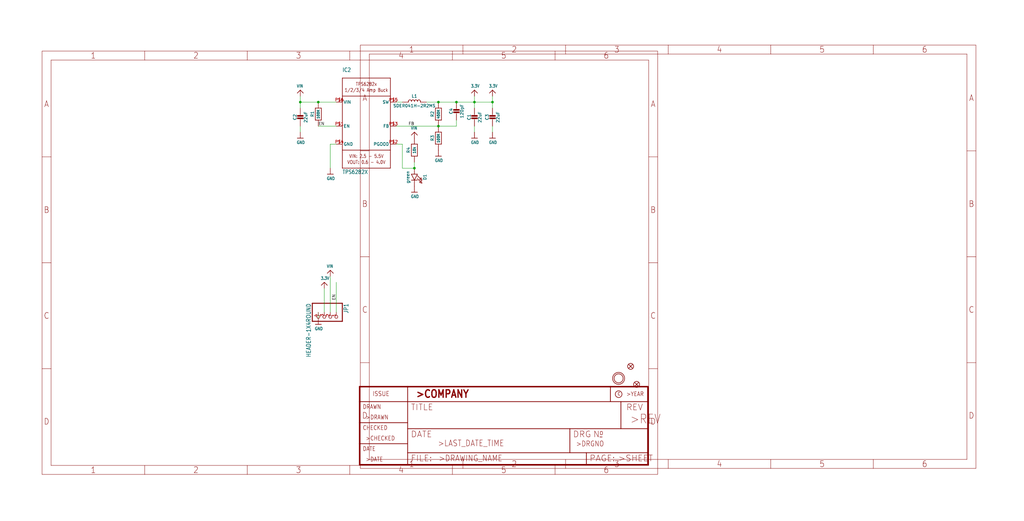
<source format=kicad_sch>
(kicad_sch (version 20211123) (generator eeschema)
  (paper "User" 433.07 220.421)
  (lib_symbols
    (symbol "eagleSchem-eagle-import:3.3V" (power)
      (property "Value" "3.3V" (at -1.524 1.016 0))
      (symbol "3.3V_1_0"
        (polyline (pts (xy -1.27 -1.27) (xy 0 0)) (stroke (width 0.254)))
        (polyline (pts (xy 0 0) (xy 1.27 -1.27)) (stroke (width 0.254)))
        (pin power_in line (at 0 -2.54 90) (length 2.54) (name "3.3V") (number "1"))
      )
    )
    (symbol "eagleSchem-eagle-import:CAP_CERAMIC0603_NO"
      (property "Reference" "C" (at -2.29 1.25 90))
      (property "Value" "CAP_CERAMIC0603_NO" (at 2.3 1.25 90))
      (symbol "CAP_CERAMIC0603_NO_1_0"
        (rectangle (start -1.27 0.508) (end 1.27 1.016) (fill (type outline)))
        (rectangle (start -1.27 1.524) (end 1.27 2.032) (fill (type outline)))
        (polyline (pts (xy 0 0.762) (xy 0 0)) (stroke (width 0.1524)))
        (polyline (pts (xy 0 2.54) (xy 0 1.778)) (stroke (width 0.1524)))
        (pin passive line (at 0 5.08 270) (length 2.54) (name "1") (number "1"))
        (pin passive line (at 0 -2.54 90) (length 2.54) (name "2") (number "2"))
      )
    )
    (symbol "eagleSchem-eagle-import:CAP_CERAMIC0805-NOOUTLINE"
      (property "Reference" "C" (at -2.29 1.25 90))
      (property "Value" "CAP_CERAMIC0805-NOOUTLINE" (at 2.3 1.25 90))
      (symbol "CAP_CERAMIC0805-NOOUTLINE_1_0"
        (rectangle (start -1.27 0.508) (end 1.27 1.016) (fill (type outline)))
        (rectangle (start -1.27 1.524) (end 1.27 2.032) (fill (type outline)))
        (polyline (pts (xy 0 0.762) (xy 0 0)) (stroke (width 0.1524)))
        (polyline (pts (xy 0 2.54) (xy 0 1.778)) (stroke (width 0.1524)))
        (pin passive line (at 0 5.08 270) (length 2.54) (name "1") (number "1"))
        (pin passive line (at 0 -2.54 90) (length 2.54) (name "2") (number "2"))
      )
    )
    (symbol "eagleSchem-eagle-import:FIDUCIAL_1MM"
      (symbol "FIDUCIAL_1MM_1_0"
        (polyline (pts (xy -0.762 0.762) (xy 0.762 -0.762)) (stroke (width 0.254)))
        (polyline (pts (xy 0.762 0.762) (xy -0.762 -0.762)) (stroke (width 0.254)))
        (circle (center 0 0) (radius 1.27) (stroke (width 0.254)))
      )
    )
    (symbol "eagleSchem-eagle-import:FRAME_A4"
      (symbol "FRAME_A4_0_0"
        (polyline (pts (xy 0 44.7675) (xy 3.81 44.7675)))
        (polyline (pts (xy 0 89.535) (xy 3.81 89.535)))
        (polyline (pts (xy 0 134.3025) (xy 3.81 134.3025)))
        (polyline (pts (xy 3.81 3.81) (xy 3.81 175.26)))
        (polyline (pts (xy 43.3917 0) (xy 43.3917 3.81)))
        (polyline (pts (xy 43.3917 175.26) (xy 43.3917 179.07)))
        (polyline (pts (xy 86.7833 0) (xy 86.7833 3.81)))
        (polyline (pts (xy 86.7833 175.26) (xy 86.7833 179.07)))
        (polyline (pts (xy 130.175 0) (xy 130.175 3.81)))
        (polyline (pts (xy 130.175 175.26) (xy 130.175 179.07)))
        (polyline (pts (xy 173.5667 0) (xy 173.5667 3.81)))
        (polyline (pts (xy 173.5667 175.26) (xy 173.5667 179.07)))
        (polyline (pts (xy 216.9583 0) (xy 216.9583 3.81)))
        (polyline (pts (xy 216.9583 175.26) (xy 216.9583 179.07)))
        (polyline (pts (xy 256.54 3.81) (xy 3.81 3.81)))
        (polyline (pts (xy 256.54 3.81) (xy 256.54 175.26)))
        (polyline (pts (xy 256.54 44.7675) (xy 260.35 44.7675)))
        (polyline (pts (xy 256.54 89.535) (xy 260.35 89.535)))
        (polyline (pts (xy 256.54 134.3025) (xy 260.35 134.3025)))
        (polyline (pts (xy 256.54 175.26) (xy 3.81 175.26)))
        (polyline (pts (xy 0 0) (xy 260.35 0) (xy 260.35 179.07) (xy 0 179.07) (xy 0 0)))
        (text "1" (at 21.6958 1.905 0) (effects (font (size 2.54 2.286))))
        (text "1" (at 21.6958 177.165 0) (effects (font (size 2.54 2.286))))
        (text "2" (at 65.0875 1.905 0) (effects (font (size 2.54 2.286))))
        (text "2" (at 65.0875 177.165 0) (effects (font (size 2.54 2.286))))
        (text "3" (at 108.4792 1.905 0) (effects (font (size 2.54 2.286))))
        (text "3" (at 108.4792 177.165 0) (effects (font (size 2.54 2.286))))
        (text "4" (at 151.8708 1.905 0) (effects (font (size 2.54 2.286))))
        (text "4" (at 151.8708 177.165 0) (effects (font (size 2.54 2.286))))
        (text "5" (at 195.2625 1.905 0) (effects (font (size 2.54 2.286))))
        (text "5" (at 195.2625 177.165 0) (effects (font (size 2.54 2.286))))
        (text "6" (at 238.6542 1.905 0) (effects (font (size 2.54 2.286))))
        (text "6" (at 238.6542 177.165 0) (effects (font (size 2.54 2.286))))
        (text "A" (at 1.905 156.6863 0) (effects (font (size 2.54 2.286))))
        (text "A" (at 258.445 156.6863 0) (effects (font (size 2.54 2.286))))
        (text "B" (at 1.905 111.9188 0) (effects (font (size 2.54 2.286))))
        (text "B" (at 258.445 111.9188 0) (effects (font (size 2.54 2.286))))
        (text "C" (at 1.905 67.1513 0) (effects (font (size 2.54 2.286))))
        (text "C" (at 258.445 67.1513 0) (effects (font (size 2.54 2.286))))
        (text "D" (at 1.905 22.3838 0) (effects (font (size 2.54 2.286))))
        (text "D" (at 258.445 22.3838 0) (effects (font (size 2.54 2.286))))
      )
      (symbol "FRAME_A4_1_0"
        (polyline (pts (xy 256.54 3.81) (xy 256.54 8.89)) (stroke (width 0.1016)))
        (polyline (pts (xy 256.54 8.89) (xy 256.54 13.97)) (stroke (width 0.1016)))
        (polyline (pts (xy 256.54 13.97) (xy 256.54 19.05)) (stroke (width 0.1016)))
        (polyline (pts (xy 256.54 19.05) (xy 256.54 36.83)) (stroke (width 0.1016)))
      )
      (symbol "FRAME_A4_2_0"
        (polyline (pts (xy -0.3048 1.5748) (xy 20.0152 1.5748)) (stroke (width 0.6096)))
        (polyline (pts (xy -0.3048 10.4648) (xy -0.3048 1.5748)) (stroke (width 0.6096)))
        (polyline (pts (xy -0.3048 10.4648) (xy 20.0152 10.4648)) (stroke (width 0.3048)))
        (polyline (pts (xy -0.3048 19.3548) (xy -0.3048 10.4648)) (stroke (width 0.6096)))
        (polyline (pts (xy -0.3048 19.3548) (xy 20.0152 19.3548)) (stroke (width 0.3048)))
        (polyline (pts (xy -0.3048 28.2448) (xy -0.3048 19.3548)) (stroke (width 0.6096)))
        (polyline (pts (xy -0.3048 28.2448) (xy 20.0152 28.2448)) (stroke (width 0.3048)))
        (polyline (pts (xy -0.3048 34.5948) (xy -0.3048 28.2448)) (stroke (width 0.6096)))
        (polyline (pts (xy 20.0152 1.5748) (xy 20.0152 6.6548)) (stroke (width 0.3048)))
        (polyline (pts (xy 20.0152 1.5748) (xy 95.5802 1.5748)) (stroke (width 0.6096)))
        (polyline (pts (xy 20.0152 6.6548) (xy 20.0152 10.4648)) (stroke (width 0.3048)))
        (polyline (pts (xy 20.0152 6.6548) (xy 88.5952 6.6548)) (stroke (width 0.3048)))
        (polyline (pts (xy 20.0152 10.4648) (xy 20.0152 16.8148)) (stroke (width 0.3048)))
        (polyline (pts (xy 20.0152 16.8148) (xy 20.0152 19.3548)) (stroke (width 0.3048)))
        (polyline (pts (xy 20.0152 19.3548) (xy 20.0152 28.2448)) (stroke (width 0.3048)))
        (polyline (pts (xy 20.0152 28.2448) (xy 20.0152 34.5948)) (stroke (width 0.3048)))
        (polyline (pts (xy 20.0152 28.2448) (xy 105.7402 28.2448)) (stroke (width 0.3048)))
        (polyline (pts (xy 20.0152 34.5948) (xy -0.3048 34.5948)) (stroke (width 0.6096)))
        (polyline (pts (xy 88.5952 6.6548) (xy 95.5802 6.6548)) (stroke (width 0.3048)))
        (polyline (pts (xy 88.5952 16.8148) (xy 20.0152 16.8148)) (stroke (width 0.3048)))
        (polyline (pts (xy 88.5952 16.8148) (xy 88.5952 6.6548)) (stroke (width 0.3048)))
        (polyline (pts (xy 95.5802 1.5748) (xy 121.6152 1.5748)) (stroke (width 0.6096)))
        (polyline (pts (xy 95.5802 6.6548) (xy 95.5802 1.5748)) (stroke (width 0.3048)))
        (polyline (pts (xy 95.5802 6.6548) (xy 121.6152 6.6548)) (stroke (width 0.3048)))
        (polyline (pts (xy 101.2952 13.3223) (xy 102.2477 13.3223)) (stroke (width 0.254)))
        (polyline (pts (xy 105.7402 28.2448) (xy 105.7402 34.5948)) (stroke (width 0.3048)))
        (polyline (pts (xy 105.7402 28.2448) (xy 110.1852 28.2448)) (stroke (width 0.3048)))
        (polyline (pts (xy 105.7402 34.5948) (xy 20.0152 34.5948)) (stroke (width 0.6096)))
        (polyline (pts (xy 110.1852 16.8148) (xy 88.5952 16.8148)) (stroke (width 0.3048)))
        (polyline (pts (xy 110.1852 28.2448) (xy 110.1852 16.8148)) (stroke (width 0.3048)))
        (polyline (pts (xy 110.1852 28.2448) (xy 121.6152 28.2448)) (stroke (width 0.3048)))
        (polyline (pts (xy 121.6152 6.6548) (xy 121.6152 1.5748)) (stroke (width 0.6096)))
        (polyline (pts (xy 121.6152 16.8148) (xy 110.1852 16.8148)) (stroke (width 0.3048)))
        (polyline (pts (xy 121.6152 16.8148) (xy 121.6152 6.6548)) (stroke (width 0.6096)))
        (polyline (pts (xy 121.6152 28.2448) (xy 121.6152 16.8148)) (stroke (width 0.6096)))
        (polyline (pts (xy 121.6152 34.5948) (xy 105.7402 34.5948)) (stroke (width 0.6096)))
        (polyline (pts (xy 121.6152 34.5948) (xy 121.6152 28.2448)) (stroke (width 0.6096)))
        (circle (center 109.2327 31.4198) (radius 1.4199) (stroke (width 0.254)))
        (text ">CHECKED" (at 2.2352 11.7348 0) (effects (font (size 1.778 1.5113)) (justify left bottom)))
        (text ">COMPANY" (at 23.349 29.6735 0) (effects (font (size 3.175 2.6987) (thickness 0.5397) bold) (justify left bottom)))
        (text ">DATE" (at 2.2352 2.8448 0) (effects (font (size 1.778 1.5113)) (justify left bottom)))
        (text ">DRAWING_NAME" (at 33.0327 2.8448 0) (effects (font (size 2.54 2.159)) (justify left bottom)))
        (text ">DRAWN" (at 2.2352 20.6248 0) (effects (font (size 1.778 1.5113)) (justify left bottom)))
        (text ">DRGNO" (at 91.1352 9.1948 0) (effects (font (size 2.1844 1.8567)) (justify left bottom)))
        (text ">LAST_DATE_TIME" (at 32.7152 9.1948 0) (effects (font (size 2.54 2.159)) (justify left bottom)))
        (text ">REV" (at 113.9952 18.7198 0) (effects (font (size 3.81 3.2385)) (justify left bottom)))
        (text ">SHEET" (at 108.9152 2.8448 0) (effects (font (size 2.54 2.54)) (justify left bottom)))
        (text ">YEAR" (at 112.4077 30.4673 0) (effects (font (size 1.778 1.5113)) (justify left bottom)))
        (text "C" (at 108.7564 30.7848 0) (effects (font (size 1.27 1.0795)) (justify left bottom)))
        (text "CHECKED" (at 0.9652 16.1798 0) (effects (font (size 1.778 1.5113)) (justify left bottom)))
        (text "DATE" (at 0.9652 7.2898 0) (effects (font (size 1.778 1.5113)) (justify left bottom)))
        (text "DATE" (at 21.2852 13.0048 0) (effects (font (size 2.54 2.54)) (justify left bottom)))
        (text "DRAWN" (at 0.9652 25.0698 0) (effects (font (size 1.778 1.5113)) (justify left bottom)))
        (text "DRG" (at 89.8652 13.0048 0) (effects (font (size 2.54 2.54)) (justify left bottom)))
        (text "FILE:" (at 21.2852 2.8448 0) (effects (font (size 2.54 2.54)) (justify left bottom)))
        (text "ISSUE" (at 5.0927 30.4673 0) (effects (font (size 1.9304 1.6408)) (justify left bottom)))
        (text "N" (at 98.4377 13.0048 0) (effects (font (size 2.54 2.54)) (justify left bottom)))
        (text "o" (at 100.9777 13.9573 0) (effects (font (size 2.1844 1.8567)) (justify left bottom)))
        (text "PAGE:" (at 96.8502 2.8448 0) (effects (font (size 2.54 2.54)) (justify left bottom)))
        (text "REV" (at 112.4077 24.4348 0) (effects (font (size 2.54 2.54)) (justify left bottom)))
        (text "TITLE" (at 21.2852 24.4348 0) (effects (font (size 2.54 2.54)) (justify left bottom)))
      )
    )
    (symbol "eagleSchem-eagle-import:GND" (power)
      (property "Value" "GND" (at -1.524 -2.54 0))
      (symbol "GND_1_0"
        (polyline (pts (xy -1.27 0) (xy 1.27 0)) (stroke (width 0.254)))
        (pin power_in line (at 0 2.54 270) (length 2.54) (name "GND") (number "1"))
      )
    )
    (symbol "eagleSchem-eagle-import:HEADER-1X4ROUND"
      (property "Reference" "JP" (at -6.35 8.255 0))
      (property "Value" "HEADER-1X4ROUND" (at -6.35 -7.62 0))
      (symbol "HEADER-1X4ROUND_1_0"
        (polyline (pts (xy -6.35 -5.08) (xy 1.27 -5.08)) (stroke (width 0.4064)))
        (polyline (pts (xy -6.35 7.62) (xy -6.35 -5.08)) (stroke (width 0.4064)))
        (polyline (pts (xy 1.27 -5.08) (xy 1.27 7.62)) (stroke (width 0.4064)))
        (polyline (pts (xy 1.27 7.62) (xy -6.35 7.62)) (stroke (width 0.4064)))
        (pin passive inverted (at -2.54 5.08 0) (length 2.54) (name "1") (number "1"))
        (pin passive inverted (at -2.54 2.54 0) (length 2.54) (name "2") (number "2"))
        (pin passive inverted (at -2.54 0 0) (length 2.54) (name "3") (number "3"))
        (pin passive inverted (at -2.54 -2.54 0) (length 2.54) (name "4") (number "4"))
      )
    )
    (symbol "eagleSchem-eagle-import:INDUCTOR_SRP0415"
      (property "Reference" "L" (at 0 2.54 0))
      (property "Value" "INDUCTOR_SRP0415" (at 0 -1.54 0))
      (symbol "INDUCTOR_SRP0415_1_0"
        (arc (start -1.27 0.3175) (mid -1.905 0.9524) (end -2.54 0.3175) (stroke (width 0.254)))
        (polyline (pts (xy -2.54 0.3175) (xy -2.54 0)) (stroke (width 0.254)))
        (polyline (pts (xy 2.54 0.3175) (xy 2.54 0)) (stroke (width 0.254)))
        (arc (start 0 0.3175) (mid -0.635 0.9524) (end -1.27 0.3175) (stroke (width 0.254)))
        (arc (start 1.27 0.3175) (mid 0.635 0.9524) (end 0 0.3175) (stroke (width 0.254)))
        (arc (start 2.54 0.3175) (mid 1.905 0.9524) (end 1.27 0.3175) (stroke (width 0.254)))
        (pin passive line (at -5.08 0 0) (length 2.54) (name "1") (number "P$1"))
        (pin passive line (at 5.08 0 180) (length 2.54) (name "2") (number "P$2"))
      )
    )
    (symbol "eagleSchem-eagle-import:LED0603_NOOUTLINE"
      (property "Reference" "D" (at -1.27 4.445 0))
      (property "Value" "LED0603_NOOUTLINE" (at -1.27 -2.794 0))
      (symbol "LED0603_NOOUTLINE_1_0"
        (polyline (pts (xy -2.54 -1.27) (xy 0 0)) (stroke (width 0.254)))
        (polyline (pts (xy -2.54 1.27) (xy -2.54 -1.27)) (stroke (width 0.254)))
        (polyline (pts (xy -1.905 1.27) (xy -0.635 2.54)) (stroke (width 0.254)))
        (polyline (pts (xy -0.9525 2.8575) (xy -0.3175 2.2225)) (stroke (width 0.254)))
        (polyline (pts (xy -0.635 1.27) (xy 0.635 2.54)) (stroke (width 0.254)))
        (polyline (pts (xy -0.3175 2.2225) (xy 0 3.175)) (stroke (width 0.254)))
        (polyline (pts (xy 0 0) (xy -2.54 1.27)) (stroke (width 0.254)))
        (polyline (pts (xy 0 0) (xy 0 -1.27)) (stroke (width 0.254)))
        (polyline (pts (xy 0 1.27) (xy 0 0)) (stroke (width 0.254)))
        (polyline (pts (xy 0 3.175) (xy -0.9525 2.8575)) (stroke (width 0.254)))
        (polyline (pts (xy 0.3175 2.8575) (xy 0.9525 2.2225)) (stroke (width 0.254)))
        (polyline (pts (xy 0.9525 2.2225) (xy 1.27 3.175)) (stroke (width 0.254)))
        (polyline (pts (xy 1.27 3.175) (xy 0.3175 2.8575)) (stroke (width 0.254)))
        (pin passive line (at -5.08 0 0) (length 2.54) (name "A") (number "A"))
        (pin passive line (at 2.54 0 180) (length 2.54) (name "C") (number "C"))
      )
    )
    (symbol "eagleSchem-eagle-import:MOUNTINGHOLE2.5"
      (symbol "MOUNTINGHOLE2.5_1_0"
        (circle (center 0 0) (radius 1.905) (stroke (width 0.254)))
        (circle (center 0 0) (radius 2.54) (stroke (width 0.254)))
      )
    )
    (symbol "eagleSchem-eagle-import:RESISTOR_0603MP"
      (property "Reference" "R" (at 0 2.54 0))
      (property "Value" "RESISTOR_0603MP" (at 0 0 0))
      (symbol "RESISTOR_0603MP_1_0"
        (polyline (pts (xy -2.54 -1.27) (xy -2.54 1.27)) (stroke (width 0.254)))
        (polyline (pts (xy -2.54 1.27) (xy 2.54 1.27)) (stroke (width 0.254)))
        (polyline (pts (xy 2.54 -1.27) (xy -2.54 -1.27)) (stroke (width 0.254)))
        (polyline (pts (xy 2.54 1.27) (xy 2.54 -1.27)) (stroke (width 0.254)))
        (pin passive line (at -5.08 0 0) (length 2.54) (name "1") (number "1"))
        (pin passive line (at 5.08 0 180) (length 2.54) (name "2") (number "2"))
      )
    )
    (symbol "eagleSchem-eagle-import:RESISTOR_0603_NOOUT"
      (property "Reference" "R" (at 0 2.54 0))
      (property "Value" "RESISTOR_0603_NOOUT" (at 0 0 0))
      (symbol "RESISTOR_0603_NOOUT_1_0"
        (polyline (pts (xy -2.54 -1.27) (xy -2.54 1.27)) (stroke (width 0.254)))
        (polyline (pts (xy -2.54 1.27) (xy 2.54 1.27)) (stroke (width 0.254)))
        (polyline (pts (xy 2.54 -1.27) (xy -2.54 -1.27)) (stroke (width 0.254)))
        (polyline (pts (xy 2.54 1.27) (xy 2.54 -1.27)) (stroke (width 0.254)))
        (pin passive line (at -5.08 0 0) (length 2.54) (name "1") (number "1"))
        (pin passive line (at 5.08 0 180) (length 2.54) (name "2") (number "2"))
      )
    )
    (symbol "eagleSchem-eagle-import:TPS6282X"
      (property "Reference" "IC" (at -10.16 22.86 0))
      (property "Value" "TPS6282X" (at -10.16 -20.32 0))
      (symbol "TPS6282X_1_0"
        (polyline (pts (xy -10.16 -17.78) (xy 10.16 -17.78)) (stroke (width 0.254)))
        (polyline (pts (xy -10.16 -10.16) (xy -10.16 -17.78)) (stroke (width 0.254)))
        (polyline (pts (xy -10.16 -10.16) (xy -10.16 12.7)) (stroke (width 0.254)))
        (polyline (pts (xy -10.16 12.7) (xy -10.16 20.32)) (stroke (width 0.254)))
        (polyline (pts (xy -10.16 12.7) (xy 10.16 12.7)) (stroke (width 0.254)))
        (polyline (pts (xy -10.16 20.32) (xy 10.16 20.32)) (stroke (width 0.254)))
        (polyline (pts (xy 10.16 -17.78) (xy 10.16 -10.16)) (stroke (width 0.254)))
        (polyline (pts (xy 10.16 -10.16) (xy -10.16 -10.16)) (stroke (width 0.254)))
        (polyline (pts (xy 10.16 12.7) (xy 10.16 -10.16)) (stroke (width 0.254)))
        (polyline (pts (xy 10.16 20.32) (xy 10.16 12.7)) (stroke (width 0.254)))
        (text "1/2/3/4 Amp Buck" (at 0 15.24 0) (effects (font (size 1.4224 1.209))))
        (text "TPS6282x" (at 0 17.78 0) (effects (font (size 1.4224 1.209))))
        (text "VIN: 2.5 - 5.5V" (at 0 -12.7 0) (effects (font (size 1.4224 1.209))))
        (text "VOUT: 0.6 - 4.0V" (at 0 -15.24 0) (effects (font (size 1.4224 1.209))))
        (pin input line (at -12.7 0 0) (length 2.54) (name "EN") (number "P$1"))
        (pin output line (at 12.7 -7.62 180) (length 2.54) (name "PGOOD") (number "P$2"))
        (pin input line (at 12.7 0 180) (length 2.54) (name "FB") (number "P$3"))
        (pin power_in line (at -12.7 -7.62 0) (length 2.54) (name "GND") (number "P$4"))
        (pin power_in line (at 12.7 10.16 180) (length 2.54) (name "SW") (number "P$5"))
        (pin power_in line (at -12.7 10.16 0) (length 2.54) (name "VIN") (number "P$6"))
      )
    )
    (symbol "eagleSchem-eagle-import:VIN" (power)
      (property "Value" "VIN" (at -1.524 1.016 0))
      (symbol "VIN_1_0"
        (polyline (pts (xy -1.27 -1.27) (xy 0 0)) (stroke (width 0.254)))
        (polyline (pts (xy 0 0) (xy 1.27 -1.27)) (stroke (width 0.254)))
        (pin power_in line (at 0 -2.54 90) (length 2.54) (name "VIN") (number "1"))
      )
    )
  )
  (junction (at 193.04 43.18))
  (junction (at 127 43.18))
  (junction (at 185.42 53.34))
  (junction (at 185.42 43.18))
  (junction (at 208.28 43.18))
  (junction (at 175.26 71.12))
  (junction (at 200.66 43.18))
  (junction (at 134.62 43.18))
  (wire (pts (xy 200.66 43.18) (xy 208.28 43.18)))
  (wire (pts (xy 127 53.34) (xy 127 55.88)))
  (wire (pts (xy 170.18 71.12) (xy 175.26 71.12)))
  (wire (pts (xy 185.42 53.34) (xy 193.04 53.34)))
  (wire (pts (xy 167.64 60.96) (xy 170.18 60.96)))
  (wire (pts (xy 167.64 53.34) (xy 185.42 53.34)))
  (wire (pts (xy 142.24 53.34) (xy 134.62 53.34)))
  (wire (pts (xy 139.7 132.08) (xy 139.7 116.84)))
  (wire (pts (xy 127 43.18) (xy 127 40.64)))
  (wire (pts (xy 170.18 60.96) (xy 170.18 71.12)))
  (wire (pts (xy 185.42 43.18) (xy 193.04 43.18)))
  (wire (pts (xy 134.62 132.08) (xy 134.62 134.62)))
  (wire (pts (xy 200.66 43.18) (xy 200.66 45.72)))
  (wire (pts (xy 137.16 132.08) (xy 137.16 121.92)))
  (wire (pts (xy 170.18 43.18) (xy 167.64 43.18)))
  (wire (pts (xy 142.24 43.18) (xy 134.62 43.18)))
  (wire (pts (xy 208.28 40.64) (xy 208.28 43.18)))
  (wire (pts (xy 208.28 43.18) (xy 208.28 45.72)))
  (wire (pts (xy 142.24 119.38) (xy 142.24 132.08)))
  (wire (pts (xy 200.66 43.18) (xy 200.66 40.64)))
  (wire (pts (xy 127 43.18) (xy 127 45.72)))
  (wire (pts (xy 175.26 68.58) (xy 175.26 71.12)))
  (wire (pts (xy 200.66 53.34) (xy 200.66 55.88)))
  (wire (pts (xy 142.24 60.96) (xy 139.7 60.96)))
  (wire (pts (xy 193.04 43.18) (xy 200.66 43.18)))
  (wire (pts (xy 208.28 53.34) (xy 208.28 55.88)))
  (wire (pts (xy 180.34 43.18) (xy 185.42 43.18)))
  (wire (pts (xy 139.7 60.96) (xy 139.7 71.12)))
  (wire (pts (xy 193.04 53.34) (xy 193.04 50.8)))
  (wire (pts (xy 134.62 43.18) (xy 127 43.18)))
  (label "EN" (at 134.62 53.34 0) (effects (font (size 1.2446 1.2446))))
  (label "EN" (at 142.24 127 90) (effects (font (size 1.2446 1.2446))))
  (label "FB" (at 172.72 53.34 0) (effects (font (size 1.2446 1.2446))))
  (symbol (lib_id "eagleSchem-eagle-import:3.3V") (at 200.66 38.1 0) (unit 1)
    (property "Reference" "#U$2" (effects hide))
    (property "Value" "3.3V" (at 199.136 37.084 0) (effects (font (size 1.27 1.0795)) (justify left bottom)))
    (property "Footprint" "eagleSchem:" (effects hide))
  )
  (symbol (lib_id "eagleSchem-eagle-import:RESISTOR_0603_NOOUT") (at 185.42 48.26 90) (unit 1)
    (property "Reference" "R2" (at 182.88 48.26 0))
    (property "Value" "450K" (at 185.42 48.26 0) (effects (font (size 1.016 1.016) bold)))
    (property "Footprint" "eagleSchem:0603-NO" (effects hide))
  )
  (symbol (lib_id "eagleSchem-eagle-import:HEADER-1X4ROUND") (at 137.16 134.62 270) (unit 1)
    (property "Reference" "JP1" (at 145.415 128.27 0) (effects (font (size 1.778 1.5113)) (justify left bottom)))
    (property "Value" "HEADER-1X4ROUND" (at 129.54 128.27 0) (effects (font (size 1.778 1.5113)) (justify left bottom)))
    (property "Footprint" "eagleSchem:1X04_ROUND" (effects hide))
  )
  (symbol (lib_id "eagleSchem-eagle-import:GND") (at 127 58.42 0) (unit 1)
    (property "Reference" "#U$3" (effects hide))
    (property "Value" "GND" (at 125.476 60.96 0) (effects (font (size 1.27 1.0795)) (justify left bottom)))
    (property "Footprint" "eagleSchem:" (effects hide))
  )
  (symbol (lib_id "eagleSchem-eagle-import:RESISTOR_0603_NOOUT") (at 185.42 58.42 90) (unit 1)
    (property "Reference" "R3" (at 182.88 58.42 0))
    (property "Value" "100K" (at 185.42 58.42 0) (effects (font (size 1.016 1.016) bold)))
    (property "Footprint" "eagleSchem:0603-NO" (effects hide))
  )
  (symbol (lib_id "eagleSchem-eagle-import:LED0603_NOOUTLINE") (at 175.26 76.2 270) (unit 1)
    (property "Reference" "D1" (at 179.705 74.93 0))
    (property "Value" "green" (at 172.466 74.93 0))
    (property "Footprint" "eagleSchem:CHIPLED_0603_NOOUTLINE" (effects hide))
  )
  (symbol (lib_id "eagleSchem-eagle-import:3.3V") (at 208.28 38.1 0) (unit 1)
    (property "Reference" "#U$14" (effects hide))
    (property "Value" "3.3V" (at 206.756 37.084 0) (effects (font (size 1.27 1.0795)) (justify left bottom)))
    (property "Footprint" "eagleSchem:" (effects hide))
  )
  (symbol (lib_id "eagleSchem-eagle-import:GND") (at 139.7 73.66 0) (unit 1)
    (property "Reference" "#U$5" (effects hide))
    (property "Value" "GND" (at 138.176 76.2 0) (effects (font (size 1.27 1.0795)) (justify left bottom)))
    (property "Footprint" "eagleSchem:" (effects hide))
  )
  (symbol (lib_id "eagleSchem-eagle-import:TPS6282X") (at 154.94 53.34 0) (unit 1)
    (property "Reference" "IC2" (at 144.78 30.48 0) (effects (font (size 1.6764 1.4249)) (justify left bottom)))
    (property "Value" "TPS6282X" (at 144.78 73.66 0) (effects (font (size 1.6764 1.4249)) (justify left bottom)))
    (property "Footprint" "eagleSchem:VSON_6" (effects hide))
  )
  (symbol (lib_id "eagleSchem-eagle-import:FIDUCIAL_1MM") (at 269.24 162.56 0) (unit 1)
    (property "Reference" "FID1" (effects hide))
    (property "Value" "FIDUCIAL_1MM" (effects hide))
    (property "Footprint" "eagleSchem:FIDUCIAL_1MM" (effects hide))
  )
  (symbol (lib_id "eagleSchem-eagle-import:GND") (at 200.66 58.42 0) (unit 1)
    (property "Reference" "#U$1" (effects hide))
    (property "Value" "GND" (at 199.136 60.96 0) (effects (font (size 1.27 1.0795)) (justify left bottom)))
    (property "Footprint" "eagleSchem:" (effects hide))
  )
  (symbol (lib_id "eagleSchem-eagle-import:RESISTOR_0603_NOOUT") (at 134.62 48.26 90) (mirror x) (unit 1)
    (property "Reference" "R1" (at 132.08 48.26 0))
    (property "Value" "100K" (at 134.62 48.26 0) (effects (font (size 1.016 1.016) bold)))
    (property "Footprint" "eagleSchem:0603-NO" (effects hide))
  )
  (symbol (lib_id "eagleSchem-eagle-import:CAP_CERAMIC0805-NOOUTLINE") (at 208.28 50.8 0) (unit 1)
    (property "Reference" "C3" (at 205.99 49.55 90))
    (property "Value" "22uF" (at 210.58 49.55 90))
    (property "Footprint" "eagleSchem:0805-NO" (effects hide))
  )
  (symbol (lib_id "eagleSchem-eagle-import:GND") (at 134.62 137.16 0) (unit 1)
    (property "Reference" "#U$8" (effects hide))
    (property "Value" "GND" (at 133.096 139.7 0) (effects (font (size 1.27 1.0795)) (justify left bottom)))
    (property "Footprint" "eagleSchem:" (effects hide))
  )
  (symbol (lib_id "eagleSchem-eagle-import:FIDUCIAL_1MM") (at 266.7 154.94 0) (unit 1)
    (property "Reference" "FID2" (effects hide))
    (property "Value" "FIDUCIAL_1MM" (effects hide))
    (property "Footprint" "eagleSchem:FIDUCIAL_1MM" (effects hide))
  )
  (symbol (lib_id "eagleSchem-eagle-import:VIN") (at 175.26 55.88 0) (unit 1)
    (property "Reference" "#U$16" (effects hide))
    (property "Value" "VIN" (at 173.736 54.864 0) (effects (font (size 1.27 1.0795)) (justify left bottom)))
    (property "Footprint" "eagleSchem:" (effects hide))
  )
  (symbol (lib_id "eagleSchem-eagle-import:CAP_CERAMIC0805-NOOUTLINE") (at 200.66 50.8 0) (unit 1)
    (property "Reference" "C1" (at 198.37 49.55 90))
    (property "Value" "22uF" (at 202.96 49.55 90))
    (property "Footprint" "eagleSchem:0805-NO" (effects hide))
  )
  (symbol (lib_id "eagleSchem-eagle-import:CAP_CERAMIC0805-NOOUTLINE") (at 127 50.8 0) (unit 1)
    (property "Reference" "C2" (at 124.71 49.55 90))
    (property "Value" "22uF" (at 129.3 49.55 90))
    (property "Footprint" "eagleSchem:0805-NO" (effects hide))
  )
  (symbol (lib_id "eagleSchem-eagle-import:GND") (at 175.26 81.28 0) (unit 1)
    (property "Reference" "#U$12" (effects hide))
    (property "Value" "GND" (at 173.736 83.82 0) (effects (font (size 1.27 1.0795)) (justify left bottom)))
    (property "Footprint" "eagleSchem:" (effects hide))
  )
  (symbol (lib_id "eagleSchem-eagle-import:RESISTOR_0603MP") (at 175.26 63.5 90) (unit 1)
    (property "Reference" "R4" (at 172.72 63.5 0))
    (property "Value" "10k" (at 175.26 63.5 0) (effects (font (size 1.016 1.016) bold)))
    (property "Footprint" "eagleSchem:_0603MP" (effects hide))
  )
  (symbol (lib_id "eagleSchem-eagle-import:GND") (at 185.42 66.04 0) (unit 1)
    (property "Reference" "#U$13" (effects hide))
    (property "Value" "GND" (at 183.896 68.58 0) (effects (font (size 1.27 1.0795)) (justify left bottom)))
    (property "Footprint" "eagleSchem:" (effects hide))
  )
  (symbol (lib_id "eagleSchem-eagle-import:FRAME_A4") (at 152.4 198.12 0) (unit 2)
    (property "Reference" "#FRAME1" (effects hide))
    (property "Value" "FRAME_A4" (effects hide))
    (property "Footprint" "eagleSchem:" (effects hide))
  )
  (symbol (lib_id "eagleSchem-eagle-import:INDUCTOR_SRP0415") (at 175.26 43.18 0) (unit 1)
    (property "Reference" "L1" (at 175.26 40.64 0))
    (property "Value" "SDER041H-2R2MS" (at 175.26 44.72 0))
    (property "Footprint" "eagleSchem:INDUCTOR_4X4MM_SRP0415" (effects hide))
  )
  (symbol (lib_id "eagleSchem-eagle-import:FRAME_A4") (at 17.78 200.66 0) (unit 1)
    (property "Reference" "#FRAME1" (effects hide))
    (property "Value" "FRAME_A4" (effects hide))
    (property "Footprint" "eagleSchem:" (effects hide))
  )
  (symbol (lib_id "eagleSchem-eagle-import:3.3V") (at 137.16 119.38 0) (unit 1)
    (property "Reference" "#U$7" (effects hide))
    (property "Value" "3.3V" (at 135.636 118.364 0) (effects (font (size 1.27 1.0795)) (justify left bottom)))
    (property "Footprint" "eagleSchem:" (effects hide))
  )
  (symbol (lib_id "eagleSchem-eagle-import:CAP_CERAMIC0603_NO") (at 193.04 48.26 0) (unit 1)
    (property "Reference" "C4" (at 190.75 47.01 90))
    (property "Value" "120pF" (at 195.34 47.01 90))
    (property "Footprint" "eagleSchem:0603-NO" (effects hide))
  )
  (symbol (lib_id "eagleSchem-eagle-import:VIN") (at 127 38.1 0) (unit 1)
    (property "Reference" "#U$4" (effects hide))
    (property "Value" "VIN" (at 125.476 37.084 0) (effects (font (size 1.27 1.0795)) (justify left bottom)))
    (property "Footprint" "eagleSchem:" (effects hide))
  )
  (symbol (lib_id "eagleSchem-eagle-import:VIN") (at 139.7 114.3 0) (unit 1)
    (property "Reference" "#U$6" (effects hide))
    (property "Value" "VIN" (at 138.176 113.284 0) (effects (font (size 1.27 1.0795)) (justify left bottom)))
    (property "Footprint" "eagleSchem:" (effects hide))
  )
  (symbol (lib_id "eagleSchem-eagle-import:GND") (at 208.28 58.42 0) (unit 1)
    (property "Reference" "#U$15" (effects hide))
    (property "Value" "GND" (at 206.756 60.96 0) (effects (font (size 1.27 1.0795)) (justify left bottom)))
    (property "Footprint" "eagleSchem:" (effects hide))
  )
  (symbol (lib_id "eagleSchem-eagle-import:MOUNTINGHOLE2.5") (at 261.62 160.02 0) (unit 1)
    (property "Reference" "U$9" (effects hide))
    (property "Value" "MOUNTINGHOLE2.5" (effects hide))
    (property "Footprint" "eagleSchem:MOUNTINGHOLE_2.5_PLATED" (effects hide))
  )
)
</source>
